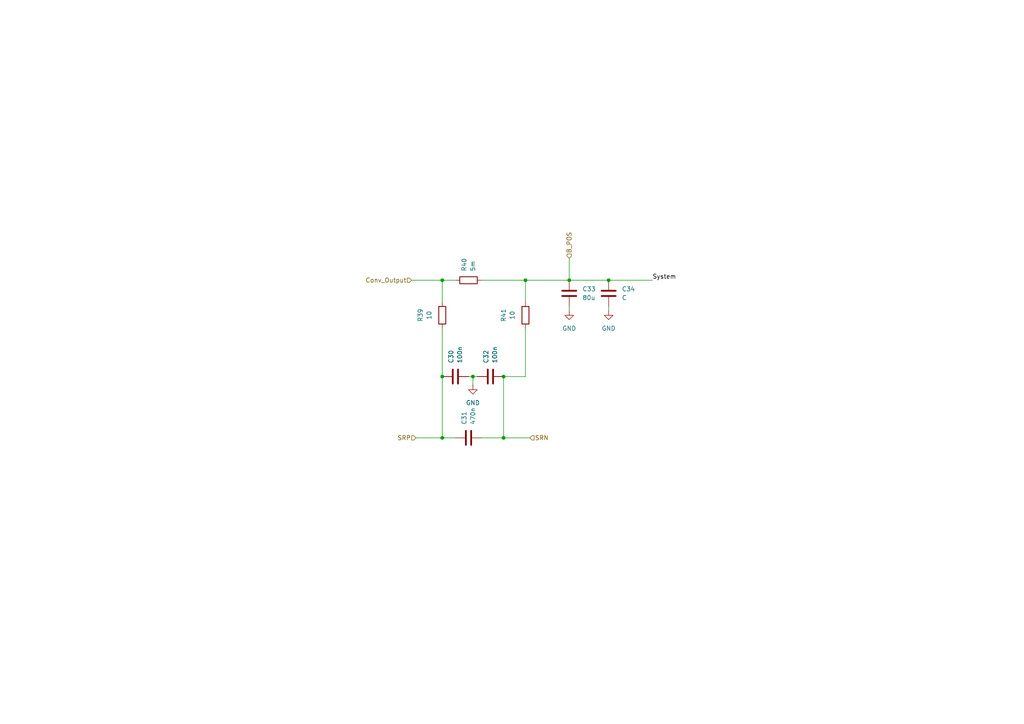
<source format=kicad_sch>
(kicad_sch (version 20231120) (generator "eeschema") (generator_version "8.0")
  (paper "A4")
  (lib_symbols
    (symbol "Device:C" (pin_numbers hide) (pin_names (offset 0.254))
      (property "Reference" "C" (at 0.635 2.54 0))
      (property "Value" "C" (at 0.635 -2.54 0))
      (symbol "C_0_1"
        (polyline (pts (xy -2.032 -0.762) (xy 2.032 -0.762)) (stroke (width 0.508)))
        (polyline (pts (xy -2.032 0.762) (xy 2.032 0.762)) (stroke (width 0.508)))
      )
      (symbol "C_1_1"
        (pin passive line (at 0 3.81 270) (length 2.794) (name "~") (number "1"))
        (pin passive line (at 0 -3.81 90) (length 2.794) (name "~") (number "2"))
      )
    )
    (symbol "Device:R" (pin_numbers hide) (pin_names (offset 0))
      (property "Reference" "R" (at 2.032 0 90))
      (property "Value" "R" (at 0 0 90))
      (symbol "R_0_1"
        (rectangle (start -1.016 -2.54) (end 1.016 2.54) (stroke (width 0.254)))
      )
      (symbol "R_1_1"
        (pin passive line (at 0 3.81 270) (length 1.27) (name "~") (number "1"))
        (pin passive line (at 0 -3.81 90) (length 1.27) (name "~") (number "2"))
      )
    )
    (symbol "power:GND" (power) (pin_numbers hide) (pin_names (offset 0) hide)
      (property "Value" "GND" (at 0 -3.81 0))
      (symbol "GND_0_1"
        (polyline (pts (xy 0 0) (xy 0 -1.27) (xy 1.27 -1.27) (xy 0 -2.54) (xy -1.27 -1.27) (xy 0 -1.27)))
      )
      (symbol "GND_1_1"
        (pin power_in line (at 0 0 270) (length 0) (name "~") (number "1"))
      )
    )
  )
  (junction (at 128.27 109.22))
  (junction (at 146.05 127))
  (junction (at 128.27 127))
  (junction (at 146.05 109.22))
  (junction (at 128.27 81.28))
  (junction (at 152.4 81.28))
  (junction (at 137.16 109.22))
  (junction (at 176.53 81.28))
  (junction (at 165.1 81.28))
  (wire (pts (xy 152.4 81.28) (xy 165.1 81.28)))
  (wire (pts (xy 128.27 81.28) (xy 128.27 87.63)))
  (wire (pts (xy 146.05 127) (xy 146.05 109.22)))
  (wire (pts (xy 165.1 88.9) (xy 165.1 90.17)))
  (wire (pts (xy 135.89 109.22) (xy 137.16 109.22)))
  (wire (pts (xy 137.16 109.22) (xy 137.16 111.76)))
  (wire (pts (xy 152.4 109.22) (xy 146.05 109.22)))
  (wire (pts (xy 119.38 81.28) (xy 128.27 81.28)))
  (wire (pts (xy 176.53 81.28) (xy 189.23 81.28)))
  (wire (pts (xy 176.53 88.9) (xy 176.53 90.17)))
  (wire (pts (xy 146.05 127) (xy 153.67 127)))
  (wire (pts (xy 137.16 109.22) (xy 138.43 109.22)))
  (wire (pts (xy 120.65 127) (xy 128.27 127)))
  (wire (pts (xy 165.1 81.28) (xy 176.53 81.28)))
  (wire (pts (xy 146.05 127) (xy 139.7 127)))
  (wire (pts (xy 128.27 127) (xy 132.08 127)))
  (wire (pts (xy 128.27 127) (xy 128.27 109.22)))
  (wire (pts (xy 128.27 109.22) (xy 128.27 95.25)))
  (wire (pts (xy 128.27 81.28) (xy 132.08 81.28)))
  (wire (pts (xy 165.1 74.93) (xy 165.1 81.28)))
  (wire (pts (xy 152.4 109.22) (xy 152.4 95.25)))
  (wire (pts (xy 152.4 81.28) (xy 152.4 87.63)))
  (wire (pts (xy 139.7 81.28) (xy 152.4 81.28)))
  (label "System" (at 189.23 81.28 0))
  (hierarchical_label "B_POS" (shape input) (at 165.1 74.93 90))
  (hierarchical_label "Conv_Output" (shape input) (at 119.38 81.28 180))
  (hierarchical_label "SRN" (shape input) (at 153.67 127 0))
  (hierarchical_label "SRP" (shape input) (at 120.65 127 180))
  (symbol (lib_id "power:GND") (at 137.16 111.76 0) (unit 1)
    (property "Reference" "#PWR43" (effects (hide yes)))
    (property "Value" "GND" (at 137.16 116.84 0))
    (property "Description" "Power symbol creates a global label with name \"GND\" , ground" (effects (hide yes)))
  )
  (symbol (lib_id "power:GND") (at 165.1 90.17 0) (unit 1)
    (property "Reference" "#PWR44" (effects (hide yes)))
    (property "Value" "GND" (at 165.1 95.25 0))
    (property "Description" "Power symbol creates a global label with name \"GND\" , ground" (effects (hide yes)))
  )
  (symbol (lib_id "power:GND") (at 176.53 90.17 0) (unit 1)
    (property "Reference" "#PWR45" (effects (hide yes)))
    (property "Value" "GND" (at 176.53 95.25 0))
    (property "Description" "Power symbol creates a global label with name \"GND\" , ground" (effects (hide yes)))
  )
  (symbol (lib_id "Device:C") (at 142.24 109.22 90) (unit 1)
    (property "Reference" "C32" (at 140.9699 105.41 0) (effects (justify left)))
    (property "Value" "100n" (at 143.5099 105.41 0) (effects (justify left)))
    (property "Description" "Unpolarized capacitor" (effects (hide yes)))
  )
  (symbol (lib_id "Device:C") (at 132.08 109.22 90) (unit 1)
    (property "Reference" "C30" (at 130.8099 105.41 0) (effects (justify left)))
    (property "Value" "100n" (at 133.3499 105.41 0) (effects (justify left)))
    (property "Description" "Unpolarized capacitor" (effects (hide yes)))
  )
  (symbol (lib_id "Device:R") (at 152.4 91.44 0) (unit 1)
    (property "Reference" "R41" (at 146.05 91.44 90))
    (property "Value" "10" (at 148.59 91.44 90))
    (property "Description" "Resistor" (effects (hide yes)))
  )
  (symbol (lib_id "Device:R") (at 128.27 91.44 0) (unit 1)
    (property "Reference" "R39" (at 121.92 91.44 90))
    (property "Value" "10" (at 124.46 91.44 90))
    (property "Description" "Resistor" (effects (hide yes)))
  )
  (symbol (lib_id "Device:C") (at 165.1 85.09 0) (unit 1)
    (property "Reference" "C33" (at 168.91 83.8199 0) (effects (justify left)))
    (property "Value" "80u" (at 168.91 86.3599 0) (effects (justify left)))
    (property "Description" "Unpolarized capacitor" (effects (hide yes)))
  )
  (symbol (lib_id "Device:C") (at 176.53 85.09 0) (unit 1)
    (property "Reference" "C34" (at 180.34 83.8199 0) (effects (justify left)))
    (property "Value" "C" (at 180.34 86.3599 0) (effects (justify left)))
    (property "Description" "Unpolarized capacitor" (effects (hide yes)))
  )
  (symbol (lib_id "Device:R") (at 135.89 81.28 270) (unit 1)
    (property "Reference" "R40" (at 134.6199 78.74 0) (effects (justify right)))
    (property "Value" "5m" (at 137.1599 78.74 0) (effects (justify right)))
    (property "Description" "Resistor" (effects (hide yes)))
  )
  (symbol (lib_id "Device:C") (at 135.89 127 90) (unit 1)
    (property "Reference" "C31" (at 134.6199 123.19 0) (effects (justify left)))
    (property "Value" "470n" (at 137.1599 123.19 0) (effects (justify left)))
    (property "Description" "Unpolarized capacitor" (effects (hide yes)))
  )
)
</source>
